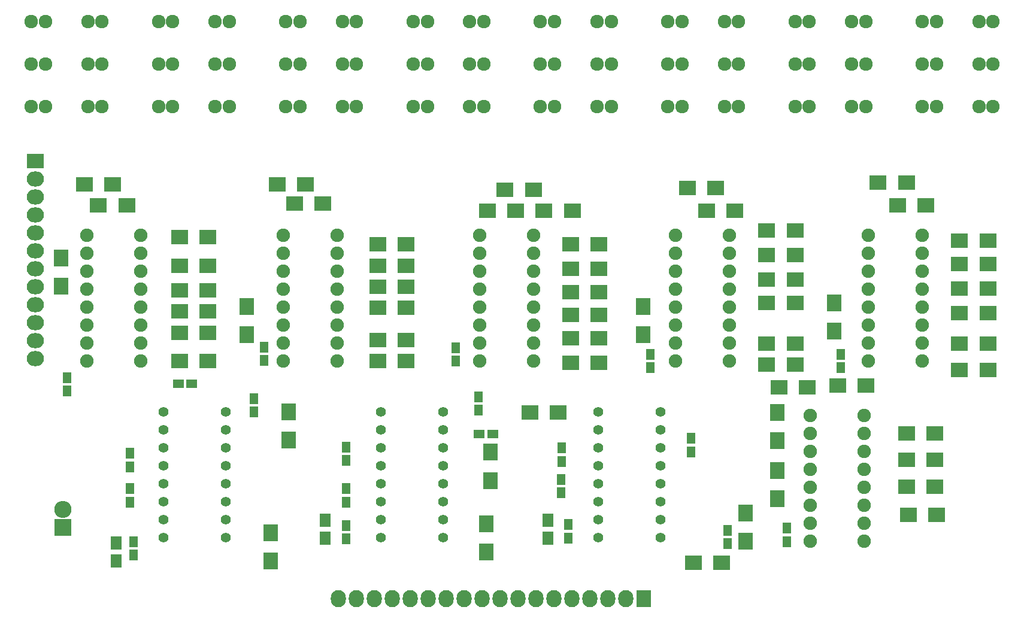
<source format=gbr>
G04 #@! TF.FileFunction,Soldermask,Top*
%FSLAX46Y46*%
G04 Gerber Fmt 4.6, Leading zero omitted, Abs format (unit mm)*
G04 Created by KiCad (PCBNEW 4.0.4-stable) date Wednesday, November 08, 2017 'PMt' 04:38:46 PM*
%MOMM*%
%LPD*%
G01*
G04 APERTURE LIST*
%ADD10C,0.100000*%
%ADD11C,1.900000*%
%ADD12R,1.150000X1.600000*%
%ADD13R,1.600000X1.150000*%
%ADD14R,1.650000X1.900000*%
%ADD15C,1.924000*%
%ADD16R,2.432000X2.432000*%
%ADD17O,2.432000X2.432000*%
%ADD18R,2.400000X2.100000*%
%ADD19R,2.100000X2.400000*%
%ADD20C,1.400000*%
%ADD21R,2.127200X2.432000*%
%ADD22O,2.127200X2.432000*%
%ADD23R,2.432000X2.127200*%
%ADD24O,2.432000X2.127200*%
G04 APERTURE END LIST*
D10*
D11*
X128750000Y-104500000D03*
X128750000Y-101960000D03*
X128750000Y-99420000D03*
X128750000Y-96880000D03*
X128750000Y-94340000D03*
X128750000Y-91800000D03*
X128750000Y-89260000D03*
X128750000Y-86720000D03*
X121130000Y-86720000D03*
X121130000Y-89260000D03*
X121130000Y-91800000D03*
X121130000Y-94340000D03*
X121130000Y-96880000D03*
X121130000Y-99420000D03*
X121130000Y-101960000D03*
X121130000Y-104500000D03*
D12*
X118400000Y-104450000D03*
X118400000Y-102550000D03*
X145500000Y-104510000D03*
X145500000Y-102610000D03*
X173000000Y-105450000D03*
X173000000Y-103550000D03*
X200000000Y-105450000D03*
X200000000Y-103550000D03*
X192300000Y-130050000D03*
X192300000Y-128150000D03*
X99500000Y-124450000D03*
X99500000Y-122550000D03*
D13*
X106300000Y-107750000D03*
X108200000Y-107750000D03*
D12*
X90600000Y-106850000D03*
X90600000Y-108750000D03*
X117000000Y-111700000D03*
X117000000Y-109800000D03*
X99500000Y-117550000D03*
X99500000Y-119450000D03*
X130000000Y-124450000D03*
X130000000Y-122550000D03*
D13*
X148850000Y-114800000D03*
X150750000Y-114800000D03*
D12*
X148750000Y-111450000D03*
X148750000Y-109550000D03*
X130000000Y-116650000D03*
X130000000Y-118550000D03*
X160400000Y-123150000D03*
X160400000Y-121250000D03*
X178800000Y-115450000D03*
X178800000Y-117350000D03*
X184000000Y-128450000D03*
X184000000Y-130350000D03*
X160500000Y-116800000D03*
X160500000Y-118700000D03*
X100000000Y-130050000D03*
X100000000Y-131950000D03*
D14*
X97500000Y-130250000D03*
X97500000Y-132750000D03*
D12*
X130000000Y-129650000D03*
X130000000Y-127750000D03*
D14*
X127100000Y-129550000D03*
X127100000Y-127050000D03*
D12*
X161400000Y-129550000D03*
X161400000Y-127650000D03*
D14*
X158600000Y-129550000D03*
X158600000Y-127050000D03*
D15*
X85500000Y-62500000D03*
X87500000Y-62500000D03*
X103500000Y-62500000D03*
X105500000Y-62500000D03*
X121500000Y-62500000D03*
X123500000Y-62500000D03*
X139500000Y-62500000D03*
X141500000Y-62500000D03*
X157500000Y-62500000D03*
X159500000Y-62500000D03*
X175500000Y-62500000D03*
X177500000Y-62500000D03*
X193500000Y-62500000D03*
X195500000Y-62500000D03*
X211500000Y-62500000D03*
X213500000Y-62500000D03*
X85500000Y-68500000D03*
X87500000Y-68500000D03*
X103500000Y-68500000D03*
X105500000Y-68500000D03*
X121500000Y-68500000D03*
X123500000Y-68500000D03*
X139500000Y-68500000D03*
X141500000Y-68500000D03*
X157500000Y-68500000D03*
X159500000Y-68500000D03*
X175500000Y-68500000D03*
X177500000Y-68500000D03*
X193500000Y-68500000D03*
X195500000Y-68500000D03*
X211500000Y-68500000D03*
X213500000Y-68500000D03*
X93500000Y-56500000D03*
X95500000Y-56500000D03*
X111500000Y-56500000D03*
X113500000Y-56500000D03*
X129500000Y-56500000D03*
X131500000Y-56500000D03*
X147500000Y-56500000D03*
X149500000Y-56500000D03*
X165500000Y-56500000D03*
X167500000Y-56500000D03*
X183500000Y-56500000D03*
X185500000Y-56500000D03*
X201500000Y-56500000D03*
X203500000Y-56500000D03*
X219500000Y-56500000D03*
X221500000Y-56500000D03*
X93500000Y-62500000D03*
X95500000Y-62500000D03*
X111500000Y-62500000D03*
X113500000Y-62500000D03*
X129500000Y-62500000D03*
X131500000Y-62500000D03*
X147500000Y-62500000D03*
X149500000Y-62500000D03*
X165500000Y-62500000D03*
X167500000Y-62500000D03*
X183500000Y-62500000D03*
X185500000Y-62500000D03*
X201500000Y-62500000D03*
X203500000Y-62500000D03*
X219500000Y-62500000D03*
X221500000Y-62500000D03*
X93500000Y-68500000D03*
X95500000Y-68500000D03*
X111500000Y-68500000D03*
X113500000Y-68500000D03*
X129500000Y-68500000D03*
X131500000Y-68500000D03*
X147500000Y-68500000D03*
X149500000Y-68500000D03*
X165500000Y-68500000D03*
X167500000Y-68500000D03*
X183500000Y-68500000D03*
X185500000Y-68500000D03*
X201500000Y-68500000D03*
X203500000Y-68500000D03*
X219500000Y-68500000D03*
X221500000Y-68500000D03*
X85500000Y-56500000D03*
X87500000Y-56500000D03*
X103500000Y-56500000D03*
X105500000Y-56500000D03*
X121500000Y-56500000D03*
X123500000Y-56500000D03*
X139500000Y-56500000D03*
X141500000Y-56500000D03*
X157500000Y-56500000D03*
X159500000Y-56500000D03*
X175500000Y-56500000D03*
X177500000Y-56500000D03*
X193500000Y-56500000D03*
X195500000Y-56500000D03*
X211500000Y-56500000D03*
X213500000Y-56500000D03*
D16*
X90000000Y-128000000D03*
D17*
X90000000Y-125460000D03*
D18*
X134500000Y-91000000D03*
X138500000Y-91000000D03*
X161750000Y-91500000D03*
X165750000Y-91500000D03*
X189500000Y-89500000D03*
X193500000Y-89500000D03*
X216750000Y-90750000D03*
X220750000Y-90750000D03*
X209250000Y-114750000D03*
X213250000Y-114750000D03*
X106500000Y-91000000D03*
X110500000Y-91000000D03*
D19*
X119380000Y-132810000D03*
X119380000Y-128810000D03*
X121900000Y-115700000D03*
X121900000Y-111700000D03*
X149800000Y-131500000D03*
X149800000Y-127500000D03*
X150400000Y-121400000D03*
X150400000Y-117400000D03*
D18*
X179100000Y-133000000D03*
X183100000Y-133000000D03*
X160000000Y-111750000D03*
X156000000Y-111750000D03*
D19*
X116000000Y-96750000D03*
X116000000Y-100750000D03*
D18*
X124250000Y-79500000D03*
X120250000Y-79500000D03*
X126750000Y-82250000D03*
X122750000Y-82250000D03*
X134500000Y-88000000D03*
X138500000Y-88000000D03*
X134500000Y-104500000D03*
X138500000Y-104500000D03*
X134500000Y-94000000D03*
X138500000Y-94000000D03*
X134500000Y-101500000D03*
X138500000Y-101500000D03*
X134500000Y-97000000D03*
X138500000Y-97000000D03*
X150000000Y-83250000D03*
X154000000Y-83250000D03*
X152500000Y-80250000D03*
X156500000Y-80250000D03*
X158000000Y-83250000D03*
X162000000Y-83250000D03*
X161750000Y-88000000D03*
X165750000Y-88000000D03*
X161750000Y-104750000D03*
X165750000Y-104750000D03*
X161750000Y-94750000D03*
X165750000Y-94750000D03*
X161750000Y-101250000D03*
X165750000Y-101250000D03*
X161750000Y-98000000D03*
X165750000Y-98000000D03*
D19*
X172000000Y-96750000D03*
X172000000Y-100750000D03*
D18*
X178250000Y-80000000D03*
X182250000Y-80000000D03*
X181000000Y-83250000D03*
X185000000Y-83250000D03*
X189500000Y-86000000D03*
X193500000Y-86000000D03*
X189500000Y-105000000D03*
X193500000Y-105000000D03*
X189500000Y-93000000D03*
X193500000Y-93000000D03*
X189500000Y-102000000D03*
X193500000Y-102000000D03*
X189500000Y-96250000D03*
X193500000Y-96250000D03*
D19*
X199000000Y-96250000D03*
X199000000Y-100250000D03*
D18*
X205250000Y-79250000D03*
X209250000Y-79250000D03*
X208000000Y-82500000D03*
X212000000Y-82500000D03*
X216750000Y-87500000D03*
X220750000Y-87500000D03*
X216750000Y-105750000D03*
X220750000Y-105750000D03*
X216750000Y-94250000D03*
X220750000Y-94250000D03*
X216750000Y-102000000D03*
X220750000Y-102000000D03*
X216750000Y-97750000D03*
X220750000Y-97750000D03*
D19*
X191000000Y-115750000D03*
X191000000Y-111750000D03*
X191000000Y-124000000D03*
X191000000Y-120000000D03*
X186500000Y-126000000D03*
X186500000Y-130000000D03*
D18*
X191250000Y-108250000D03*
X195250000Y-108250000D03*
X199500000Y-108000000D03*
X203500000Y-108000000D03*
X209250000Y-118500000D03*
X213250000Y-118500000D03*
X209500000Y-126250000D03*
X213500000Y-126250000D03*
X209250000Y-122250000D03*
X213250000Y-122250000D03*
D19*
X89700000Y-93900000D03*
X89700000Y-89900000D03*
D18*
X97000000Y-79500000D03*
X93000000Y-79500000D03*
X99000000Y-82500000D03*
X95000000Y-82500000D03*
X106500000Y-87000000D03*
X110500000Y-87000000D03*
X106500000Y-104500000D03*
X110500000Y-104500000D03*
X106500000Y-94500000D03*
X110500000Y-94500000D03*
X106500000Y-100500000D03*
X110500000Y-100500000D03*
X106500000Y-97500000D03*
X110500000Y-97500000D03*
D11*
X156500000Y-104500000D03*
X156500000Y-101960000D03*
X156500000Y-99420000D03*
X156500000Y-96880000D03*
X156500000Y-94340000D03*
X156500000Y-91800000D03*
X156500000Y-89260000D03*
X156500000Y-86720000D03*
X148880000Y-86720000D03*
X148880000Y-89260000D03*
X148880000Y-91800000D03*
X148880000Y-94340000D03*
X148880000Y-96880000D03*
X148880000Y-99420000D03*
X148880000Y-101960000D03*
X148880000Y-104500000D03*
X184250000Y-104500000D03*
X184250000Y-101960000D03*
X184250000Y-99420000D03*
X184250000Y-96880000D03*
X184250000Y-94340000D03*
X184250000Y-91800000D03*
X184250000Y-89260000D03*
X184250000Y-86720000D03*
X176630000Y-86720000D03*
X176630000Y-89260000D03*
X176630000Y-91800000D03*
X176630000Y-94340000D03*
X176630000Y-96880000D03*
X176630000Y-99420000D03*
X176630000Y-101960000D03*
X176630000Y-104500000D03*
X211500000Y-104500000D03*
X211500000Y-101960000D03*
X211500000Y-99420000D03*
X211500000Y-96880000D03*
X211500000Y-94340000D03*
X211500000Y-91800000D03*
X211500000Y-89260000D03*
X211500000Y-86720000D03*
X203880000Y-86720000D03*
X203880000Y-89260000D03*
X203880000Y-91800000D03*
X203880000Y-94340000D03*
X203880000Y-96880000D03*
X203880000Y-99420000D03*
X203880000Y-101960000D03*
X203880000Y-104500000D03*
X203250000Y-130000000D03*
X203250000Y-127460000D03*
X203250000Y-124920000D03*
X203250000Y-122380000D03*
X203250000Y-119840000D03*
X203250000Y-117300000D03*
X203250000Y-114760000D03*
X203250000Y-112220000D03*
X195630000Y-112220000D03*
X195630000Y-114760000D03*
X195630000Y-117300000D03*
X195630000Y-119840000D03*
X195630000Y-122380000D03*
X195630000Y-124920000D03*
X195630000Y-127460000D03*
X195630000Y-130000000D03*
X101000000Y-104500000D03*
X101000000Y-101960000D03*
X101000000Y-99420000D03*
X101000000Y-96880000D03*
X101000000Y-94340000D03*
X101000000Y-91800000D03*
X101000000Y-89260000D03*
X101000000Y-86720000D03*
X93380000Y-86720000D03*
X93380000Y-89260000D03*
X93380000Y-91800000D03*
X93380000Y-94340000D03*
X93380000Y-96880000D03*
X93380000Y-99420000D03*
X93380000Y-101960000D03*
X93380000Y-104500000D03*
D20*
X113000000Y-129500000D03*
X113000000Y-126960000D03*
X113000000Y-124420000D03*
X113000000Y-121880000D03*
X113000000Y-119340000D03*
X113000000Y-116800000D03*
X113000000Y-114260000D03*
X113000000Y-111720000D03*
X104200000Y-111720000D03*
X104200000Y-114260000D03*
X104200000Y-116800000D03*
X104200000Y-119340000D03*
X104200000Y-121880000D03*
X104200000Y-124420000D03*
X104200000Y-126960000D03*
X104200000Y-129500000D03*
X143750000Y-129500000D03*
X143750000Y-126960000D03*
X143750000Y-124420000D03*
X143750000Y-121880000D03*
X143750000Y-119340000D03*
X143750000Y-116800000D03*
X143750000Y-114260000D03*
X143750000Y-111720000D03*
X134950000Y-111720000D03*
X134950000Y-114260000D03*
X134950000Y-116800000D03*
X134950000Y-119340000D03*
X134950000Y-121880000D03*
X134950000Y-124420000D03*
X134950000Y-126960000D03*
X134950000Y-129500000D03*
X174500000Y-129500000D03*
X174500000Y-126960000D03*
X174500000Y-124420000D03*
X174500000Y-121880000D03*
X174500000Y-119340000D03*
X174500000Y-116800000D03*
X174500000Y-114260000D03*
X174500000Y-111720000D03*
X165700000Y-111720000D03*
X165700000Y-114260000D03*
X165700000Y-116800000D03*
X165700000Y-119340000D03*
X165700000Y-121880000D03*
X165700000Y-124420000D03*
X165700000Y-126960000D03*
X165700000Y-129500000D03*
D21*
X172100000Y-138100000D03*
D22*
X169560000Y-138100000D03*
X167020000Y-138100000D03*
X164480000Y-138100000D03*
X161940000Y-138100000D03*
X159400000Y-138100000D03*
X156860000Y-138100000D03*
X154320000Y-138100000D03*
X151780000Y-138100000D03*
X149240000Y-138100000D03*
X146700000Y-138100000D03*
X144160000Y-138100000D03*
X141620000Y-138100000D03*
X139080000Y-138100000D03*
X136540000Y-138100000D03*
X134000000Y-138100000D03*
X131460000Y-138100000D03*
X128920000Y-138100000D03*
D23*
X86100000Y-76200000D03*
D24*
X86100000Y-78740000D03*
X86100000Y-81280000D03*
X86100000Y-83820000D03*
X86100000Y-86360000D03*
X86100000Y-88900000D03*
X86100000Y-91440000D03*
X86100000Y-93980000D03*
X86100000Y-96520000D03*
X86100000Y-99060000D03*
X86100000Y-101600000D03*
X86100000Y-104140000D03*
M02*

</source>
